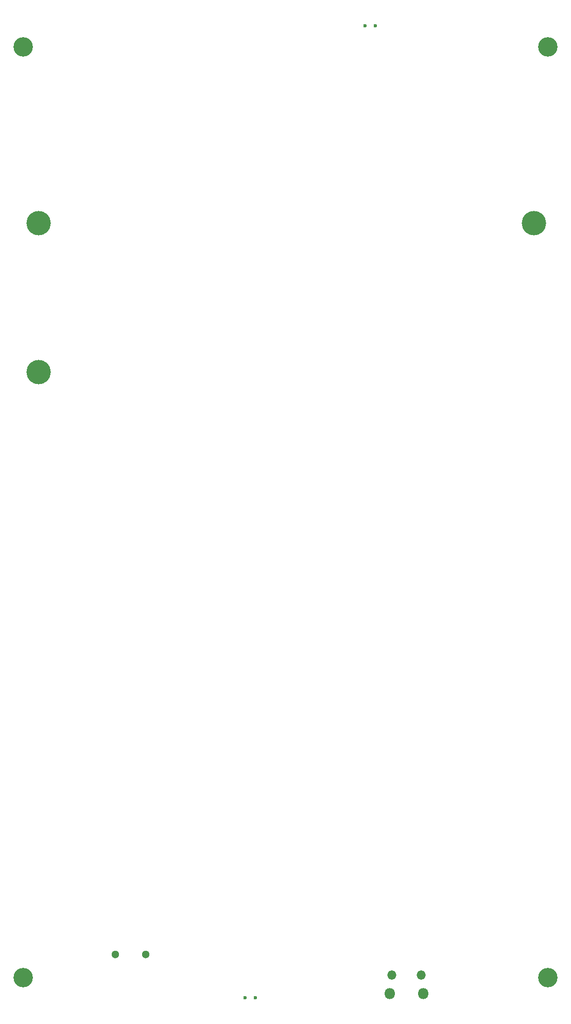
<source format=gbr>
%TF.GenerationSoftware,KiCad,Pcbnew,(7.0.0-0)*%
%TF.CreationDate,2023-03-24T11:45:06-07:00*%
%TF.ProjectId,dfh_badge,6466685f-6261-4646-9765-2e6b69636164,rev?*%
%TF.SameCoordinates,Original*%
%TF.FileFunction,Soldermask,Bot*%
%TF.FilePolarity,Negative*%
%FSLAX46Y46*%
G04 Gerber Fmt 4.6, Leading zero omitted, Abs format (unit mm)*
G04 Created by KiCad (PCBNEW (7.0.0-0)) date 2023-03-24 11:45:06*
%MOMM*%
%LPD*%
G01*
G04 APERTURE LIST*
%ADD10C,3.200000*%
%ADD11C,0.600000*%
%ADD12C,1.300000*%
%ADD13O,1.800000X1.800000*%
%ADD14O,1.500000X1.500000*%
%ADD15C,4.000000*%
G04 APERTURE END LIST*
D10*
%TO.C,REF\u002A\u002A*%
X33000000Y-24075000D03*
%TD*%
D11*
%TO.C,SW2*%
X89150000Y-20625000D03*
X90850000Y-20625000D03*
%TD*%
D12*
%TO.C,J2*%
X48100000Y-173200000D03*
X53100000Y-173200000D03*
%TD*%
D10*
%TO.C,REF\u002A\u002A*%
X119250000Y-177000000D03*
%TD*%
%TO.C,REF\u002A\u002A*%
X33000000Y-177000000D03*
%TD*%
D13*
%TO.C,U3*%
X98724999Y-179569999D03*
D14*
X98424999Y-176539999D03*
X93574999Y-176539999D03*
D13*
X93274999Y-179569999D03*
%TD*%
D10*
%TO.C,REF\u002A\u002A*%
X119250000Y-24075000D03*
%TD*%
D11*
%TO.C,SW1*%
X71150000Y-180300000D03*
X69450000Y-180300000D03*
%TD*%
D15*
%TO.C,TP2*%
X35500000Y-77500000D03*
%TD*%
%TO.C,TP1*%
X35500000Y-53000000D03*
%TD*%
%TO.C,TP3*%
X117000000Y-53000000D03*
%TD*%
M02*

</source>
